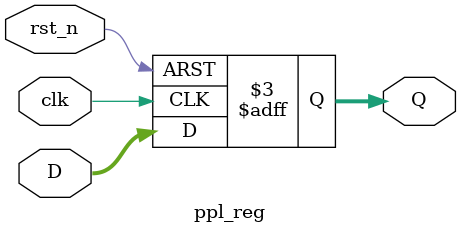
<source format=v>
/* file: ppl_reg.v
 Description: Configurable register moduld for pipeline registers
 Author: Jeremy Cai
 Date: Feb. 8, 2026
 Version: 1.0
 */

`ifndef PPL_REG_V
`define PPL_REG_V

`include "define.v"

module ppl_reg #(parameter NUM_REG = 32)(
    input wire clk, // Clock signal
    input wire rst_n, // Active low reset signal
    input wire [NUM_REG-1:0] D, // Data input
    output reg [NUM_REG-1:0] Q // Data output
);

always @(posedge clk or negedge rst_n) begin
    if (!rst_n) begin
        Q <= 0; // Reset the register output to 0
    end else begin
        Q <= D; // Update the register output with the input data
    end
end

endmodule

`endif //PPL_REG_V
</source>
